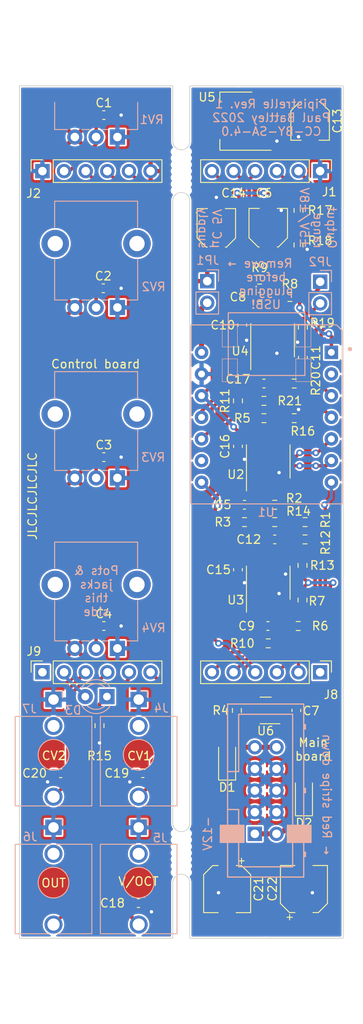
<source format=kicad_pcb>
(kicad_pcb (version 20211014) (generator pcbnew)
  (layers (0 "F.Cu" signal) (31 "B.Cu" signal) (34 "B.Paste" user) (35 "F.Paste" user) (36 "B.SilkS" user "B.Silkscreen") (37 "F.SilkS" user "F.Silkscreen") (38 "B.Mask" user) (39 "F.Mask" user) (44 "Edge.Cuts" user))
  (net 0 "")
  (net 1 "+12V")
  (net 2 "GND")
  (net 3 "+5V")
  (net 4 "/POT1_IN")
  (net 5 "/POT2_IN")
  (net 6 "/POT3_IN")
  (net 7 "/POT4_IN")
  (net 8 "/AUDIO_OUT")
  (net 9 "-12V")
  (net 10 "/VREF_-10")
  (net 11 "+3V3")
  (net 12 "/CV1_IN")
  (net 13 "/CV2_IN")
  (net 14 "/VOCT_IN")
  (net 15 "/JACK_VOCT")
  (net 16 "/JACK_CV1")
  (net 17 "/JACK_CV2")
  (net 18 "/JACK_OUT")
  (net 19 "Net-(C5-Pad1)")
  (net 20 "Net-(C8-Pad2)")
  (net 21 "Net-(C8-Pad1)")
  (net 22 "Net-(C9-Pad1)")
  (net 23 "Net-(C12-Pad1)")
  (net 29 "/CONN_LED")
  (net 30 "/LED")
  (net 31 "Net-(D3-Pad1)")
  (net 32 "GND1")
  (net 33 "/VBIAS")
  (net 34 "/CONN_CV1")
  (net 35 "/CONN_VOCT")
  (net 36 "/CONN_OUT")
  (net 37 "/CONN_CV2")
  (net 38 "/CONN_POT4")
  (net 39 "/CONN_POT2")
  (net 40 "/CONN_POT1")
  (net 41 "/CONN_3V3")
  (net 42 "/CONN_POT3")
  (net 44 "Net-(JP1-Pad2)")
  (net 45 "Net-(JP2-Pad2)")
  (net 46 "Net-(R16-Pad1)")
  (net 47 "Net-(U2-Pad6)")
  (net 48 "Net-(C17-Pad2)")
  (net 49 "Net-(C17-Pad1)")
  (net 52 "Net-(D1-Pad2)")
  (net 53 "Net-(D2-Pad1)")
  (footprint "Resistor_SMD:R_0603_1608Metric" (layer "F.Cu") (at 183.528 101.181 180)
    (fp_text reference "R1")
    (fp_text value "100k")
  )
  (footprint "Capacitor_SMD:C_0603_1608Metric" (layer "F.Cu") (at 178.704773 84.925)
    (fp_text reference "C17")
    (fp_text value "47p")
  )
  (footprint "Capacitor_SMD:CP_Elec_5x5.9" (layer "F.Cu") (at 183.401 144.234 90)
    (fp_text reference "C22")
    (fp_text value "22u")
  )
  (footprint "Resistor_SMD:R_0603_1608Metric" (layer "F.Cu") (at 178.194 72.733)
    (fp_text reference "R9")
    (fp_text value "100k")
  )
  (footprint "Resistor_SMD:R_0603_1608Metric" (layer "F.Cu") (at 179.972 101.181 180)
    (fp_text reference "R14")
    (fp_text value "56k")
  )
  (footprint "Capacitor_SMD:C_0603_1608Metric" (layer "F.Cu") (at 163.97 145.885)
    (fp_text reference "C18")
    (fp_text value "1n")
  )
  (footprint "Resistor_SMD:R_0603_1608Metric" (layer "F.Cu") (at 179.972 99.149 180)
    (fp_text reference "R2")
    (fp_text value "200k")
  )
  (footprint "Connector_PinSocket_2.54mm:PinSocket_1x06_P2.54mm_Vertical" (layer "F.Cu") (at 152.6964 60 90)
    (fp_text reference "J2")
    (fp_text value "C2F")
  )
  (footprint "Capacitor_SMD:C_0603_1608Metric" (layer "F.Cu") (at 154.8384 130.645 180)
    (fp_text reference "C20")
    (fp_text value "1n")
  )
  (footprint "Resistor_SMD:R_0603_1608Metric" (layer "F.Cu") (at 182.766 68.669 -90)
    (fp_text reference "R18")
    (fp_text value "200k")
  )
  (footprint "Capacitor_SMD:C_0603_1608Metric" (layer "F.Cu") (at 182.512 123.279 -90)
    (fp_text reference "C7")
    (fp_text value "100n")
  )
  (footprint "Resistor_SMD:R_0603_1608Metric" (layer "F.Cu") (at 178.702 88.989)
    (fp_text reference "R5")
    (fp_text value "100k")
  )
  (footprint "Resistor_SMD:R_0603_1608Metric" (layer "F.Cu") (at 182.258 84.925)
    (fp_text reference "R20")
    (fp_text value "20k")
  )
  (footprint "Capacitor_SMD:C_0603_1608Metric" (layer "F.Cu") (at 176.416 99.149 180)
    (fp_text reference "C5")
    (fp_text value "47p")
  )
  (footprint "Resistor_SMD:R_0603_1608Metric" (layer "F.Cu") (at 182.766 64.605 -90)
    (fp_text reference "R17")
    (fp_text value "330k")
  )
  (footprint "Capacitor_SMD:C_0603_1608Metric" (layer "F.Cu") (at 176.162 78.067 -90)
    (fp_text reference "C10")
    (fp_text value "100n")
  )
  (footprint "Capacitor_SMD:C_0603_1608Metric" (layer "F.Cu") (at 175.654 106.769 -90)
    (fp_text reference "C15")
    (fp_text value "100n")
  )
  (footprint "Resistor_SMD:R_0603_1608Metric" (layer "F.Cu") (at 182.258 88.989)
    (fp_text reference "R16")
    (fp_text value "100k")
  )
  (footprint "Capacitor_SMD:C_0603_1608Metric" (layer "F.Cu") (at 159.906 113.373)
    (fp_text reference "C4")
    (fp_text value "100n")
  )
  (footprint "Connector_PinHeader_2.54mm:PinHeader_1x06_P2.54mm_Vertical" (layer "F.Cu") (at 185.3 118.8 -90)
    (fp_text reference "J8")
    (fp_text value "C1M")
  )
  (footprint "Resistor_SMD:R_0603_1608Metric" (layer "F.Cu") (at 159.398 125.0692 -90)
    (fp_text reference "R15")
    (fp_text value "1k")
  )
  (footprint "Resistor_SMD:R_0603_1608Metric" (layer "F.Cu") (at 179.21 115.405 180)
    (fp_text reference "R10")
    (fp_text value "33k")
  )
  (footprint "Resistor_SMD:R_0603_1608Metric" (layer "F.Cu") (at 175.527 123.279 90)
    (fp_text reference "R4")
    (fp_text value "2.2k")
  )
  (footprint "Capacitor_SMD:C_Elec_4x5.4" (layer "F.Cu") (at 184.1264 54.1199 -90)
    (fp_text reference "C13")
    (fp_text value "10u")
  )
  (footprint "Capacitor_SMD:C_0603_1608Metric" (layer "F.Cu") (at 178.194 74.765)
    (fp_text reference "C8")
    (fp_text value "47p")
  )
  (footprint "Capacitor_SMD:C_0603_1608Metric" (layer "F.Cu") (at 164.478 130.645 180)
    (fp_text reference "C19")
    (fp_text value "1n")
  )
  (footprint "Capacitor_SMD:C_Elec_4x5.4" (layer "F.Cu") (at 173.114 66.6573 90)
    (fp_text reference "C14")
    (fp_text value "10u")
  )
  (footprint "Connector_PinHeader_2.54mm:PinHeader_1x06_P2.54mm_Vertical" (layer "F.Cu") (at 185.3 60 -90)
    (fp_text reference "J1")
    (fp_text value "C2M")
  )
  (footprint "Package_SO:SOIC-8_3.9x4.9mm_P1.27mm" (layer "F.Cu") (at 179.21 108.293 90)
    (fp_text reference "U3")
    (fp_text value "MCP6002-xSN")
  )
  (footprint "Capacitor_SMD:C_0603_1608Metric" (layer "F.Cu") (at 159.8419 73.749)
    (fp_text reference "C2")
    (fp_text value "100n")
  )
  (footprint "Resistor_SMD:R_0603_1608Metric" (layer "F.Cu") (at 183.528 103.213 180)
    (fp_text reference "R12")
    (fp_text value "100k")
  )
  (footprint "Package_TO_SOT_SMD:SOT-223-3_TabPin2" (layer "F.Cu") (at 175.4392 54.139 180)
    (fp_text reference "U5")
    (fp_text value "LM1117-5.0")
  )
  (footprint "Connector_PinSocket_2.54mm:PinSocket_1x06_P2.54mm_Vertical" (layer "F.Cu") (at 152.6964 118.8 90)
    (fp_text reference "J9")
    (fp_text value "C1F")
  )
  (footprint "Capacitor_SMD:C_0603_1608Metric" (layer "F.Cu") (at 183.274 81.877 -90)
    (fp_text reference "C11")
    (fp_text value "100n")
  )
  (footprint "Resistor_SMD:R_0603_1608Metric" (layer "F.Cu") (at 181.75 74.765)
    (fp_text reference "R8")
    (fp_text value "100k")
  )
  (footprint "Resistor_SMD:R_0603_1608Metric" (layer "F.Cu") (at 183.23244 106.261 90)
    (fp_text reference "R13")
    (fp_text value "180k")
  )
  (footprint "Resistor_SMD:R_0603_1608Metric" (layer "F.Cu") (at 183.274 78.321 90)
    (fp_text reference "R19")
    (fp_text value "13k")
  )
  (footprint "Personal:SOD-123FL" (layer "F.Cu") (at 174.384 129.248 90)
    (fp_text reference "D1")
    (fp_text value "SM4007PL")
  )
  (footprint "Resistor_SMD:R_0603_1608Metric" (layer "F.Cu") (at 176.416 101.181 180)
    (fp_text reference "R3")
    (fp_text value "33k")
  )
  (footprint "Resistor_SMD:R_0603_1608Metric" (layer "F.Cu") (at 183.23244 110.325 -90)
    (fp_text reference "R7")
    (fp_text value "200k")
  )
  (footprint "Resistor_SMD:R_0603_1608Metric" (layer "F.Cu") (at 178.702 86.957)
    (fp_text reference "R21")
    (fp_text value "100k")
  )
  (footprint "Capacitor_SMD:C_0603_1608Metric" (layer "F.Cu") (at 179.16844 113.373 180)
    (fp_text reference "C9")
    (fp_text value "47p")
  )
  (footprint "Capacitor_SMD:C_0603_1608Metric" (layer "F.Cu") (at 179.972 103.213 180)
    (fp_text reference "C12")
    (fp_text value "47p")
  )
  (footprint "Capacitor_SMD:C_0603_1608Metric" (layer "F.Cu") (at 159.906 53.429)
    (fp_text reference "C1")
    (fp_text value "100n")
  )
  (footprint "Personal:SOD-123FL" (layer "F.Cu") (at 183.401 133.439 90)
    (fp_text reference "D2")
    (fp_text value "SM4007PL")
  )
  (footprint "Capacitor_SMD:C_Elec_4x5.4" (layer "F.Cu") (at 179.21 66.637 90)
    (fp_text reference "C6")
    (fp_text value "1u")
  )
  (footprint "Resistor_SMD:R_0603_1608Metric" (layer "F.Cu") (at 175.654 86.957 90)
    (fp_text reference "R11")
    (fp_text value "1k")
  )
  (footprint "Capacitor_SMD:CP_Elec_5x5.9" (layer "F.Cu") (at 174.384 144.24 -90)
    (fp_text reference "C21")
    (fp_text value "22u")
  )
  (footprint "Capacitor_SMD:C_0603_1608Metric" (layer "F.Cu") (at 175.654 92.291 -90)
    (fp_text reference "C16")
    (fp_text value "100n")
  )
  (footprint "Package_SO:SOIC-8_3.9x4.9mm_P1.27mm" (layer "F.Cu") (at 179.718 79.845 90)
    (fp_text reference "U4")
    (fp_text value "TL072")
  )
  (footprint "Capacitor_SMD:C_0603_1608Metric" (layer "F.Cu") (at 159.906 93.561)
    (fp_text reference "C3")
    (fp_text value "100n")
  )
  (footprint "Package_TO_SOT_SMD:SOT-23" (layer "F.Cu") (at 178.9029 123.279 180)
    (fp_text reference "U6")
    (fp_text value "LM4040DBZ-10")
  )
  (footprint "Resistor_SMD:R_0603_1608Metric" (layer "F.Cu") (at 182.72444 113.373 180)
    (fp_text reference "R6")
    (fp_text value "100k")
  )
  (footprint "Package_SO:SOIC-8_3.9x4.9mm_P1.27mm" (layer "F.Cu") (at 179.21 94.069 90)
    (fp_text reference "U2")
    (fp_text value "MCP6002-xSN")
  )
  (footprint "Personal:Seeeduino_XIAO_THT" (layer "B.Cu") (at 179 88.8874 180)
    (fp_text reference "U1")
    (fp_text value "SeeeduinoXIAO")
  )
  (footprint "Personal:Thonkiconn" (layer "B.Cu") (at 163.9964 137 180)
    (fp_text reference "J5")
    (fp_text value "V/OCT")
  )
  (footprint "Personal:Thonkiconn" (layer "B.Cu") (at 153.9964 137 180)
    (fp_text reference "J6")
    (fp_text value "OUT")
  )
  (footprint "Connector_PinHeader_2.54mm:PinHeader_1x02_P2.54mm_Vertical" (layer "B.Cu") (at 172.0472 72.9108 180)
    (fp_text reference "JP1")
    (fp_text value "5V")
  )
  (footprint "Personal:Thonkiconn" (layer "B.Cu") (at 163.9964 122 180)
    (fp_text reference "J4")
    (fp_text value "CV1")
  )
  (footprint "Personal:Eurorack_10_pin_header" (layer "B.Cu") (at 177.6352 137.757 90)
    (fp_text reference "J3" hide)
    (fp_text value "Eurorack Power")
  )
  (footprint "Personal:Thonkiconn" (layer "B.Cu") (at 153.9964 122 180)
    (fp_text reference "J7")
    (fp_text value "CV2")
  )
  (footprint "Connector_PinHeader_2.54mm:PinHeader_1x02_P2.54mm_Vertical" (layer "B.Cu") (at 185.306 72.982 180)
    (fp_text reference "JP2")
    (fp_text value "Output range")
  )
  (footprint "LED_THT:LED_D3.0mm" (layer "B.Cu") (at 160.2666 121.6534 180)
    (fp_text reference "D3")
    (fp_text value "LED")
  )
  (footprint "Personal:Alpha_9mm_Pot" (layer "B.Cu") (at 161.5 76 90)
    (fp_text reference "RV2")
    (fp_text value "B10k")
  )
  (footprint "Personal:Alpha_9mm_Pot" (layer "B.Cu") (at 161.5 116 90)
    (fp_text reference "RV4")
    (fp_text value "B10k")
  )
  (footprint "Personal:Alpha_9mm_Pot_Overhanging" (layer "B.Cu") (at 161.5 56 90)
    (fp_text reference "RV1")
    (fp_text value "B10k")
  )
  (footprint "Personal:Alpha_9mm_Pot" (layer "B.Cu") (at 161.5 96 90)
    (fp_text reference "RV3")
    (fp_text value "B10k")
  )
  (gr_line (start 150 50) (end 168 50) (layer "Edge.Cuts") (width 0.1))
  (gr_line (start 168 150) (end 150 150) (layer "Edge.Cuts") (width 0.1))
  (gr_arc (start 168 63.5) (mid 169 62.5) (end 170 63.5) (layer "Edge.Cuts") (width 0.1))
  (gr_line (start 168 136.5) (end 168 63.5) (layer "Edge.Cuts") (width 0.1))
  (gr_line (start 170 56.5) (end 170 50) (layer "Edge.Cuts") (width 0.1))
  (gr_line (start 188 150) (end 188 50) (layer "Edge.Cuts") (width 0.1))
  (gr_arc (start 168 143.5) (mid 169 142.5) (end 170 143.5) (layer "Edge.Cuts") (width 0.1))
  (gr_line (start 188 150) (end 170 150) (layer "Edge.Cuts") (width 0.1))
  (gr_arc (start 170 56.5) (mid 169 57.5) (end 168 56.5) (layer "Edge.Cuts") (width 0.1))
  (gr_line (start 168 143.5) (end 168 150) (layer "Edge.Cuts") (width 0.1))
  (gr_line (start 170 50) (end 188 50) (layer "Edge.Cuts") (width 0.1))
  (gr_line (start 150 150) (end 150 50) (layer "Edge.Cuts") (width 0.1))
  (gr_line (start 170 150) (end 170 143.5) (layer "Edge.Cuts") (width 0.1))
  (gr_line (start 168 50) (end 168 56.5) (layer "Edge.Cuts") (width 0.1))
  (gr_line (start 170 63.5) (end 170 136.5) (layer "Edge.Cuts") (width 0.1))
  (gr_arc (start 170 136.5) (mid 169 137.5) (end 168 136.5) (layer "Edge.Cuts") (width 0.1))
  (gr_text "← Red stripe down" (at 186.0934 133.185 270) (layer "B.SilkS") (effects (font (size 1 1) (thickness 0.1524)) (justify mirror)))
  (gr_text "Pots &\njacks\nthis\nside" (at 159.017 109.2836) (layer "B.SilkS") (effects (font (size 1 1) (thickness 0.1524)) (justify mirror)))
  (gr_text "µC 5V\nsupply" (at 172.352 69.177 270) (layer "B.SilkS") (effects (font (size 1 1) (thickness 0.1524)) (justify left mirror)))
  (gr_text "Output\nrange\n±5V/±8V" (at 185.052 69.177 270) (layer "B.SilkS") (effects (font (size 1 1) (thickness 0.1524)) (justify left mirror)))
  (gr_text "  Remove →\nbefore\nplugging\nUSB!" (at 178.956 73.241) (layer "B.SilkS") (effects (font (size 1 1) (thickness 0.1524)) (justify mirror)))
  (gr_text "Pipistrelle Rev. 1\nPaul Battley 2022\nCC-BY-SA-4.0" (at 179.5656 53.7338) (layer "B.SilkS") (effects (font (size 1 1) (thickness 0.1524)) (justify mirror)))
  (gr_text "JLCJLCJLCJLC" (at 151.524 98.133 90) (layer "F.SilkS") (effects (font (size 1 1))))
  (gr_text "OUT" (at 154.0132 143.5228) (layer "F.SilkS") (effects (font (size 1 1) (thickness 0.1524))))
  (gr_text "CV1" (at 164.0716 128.613) (layer "F.SilkS") (effects (font (size 1 1) (thickness 0.1524))))
  (gr_text "CV2" (at 154.0386 128.5876) (layer "F.SilkS") (effects (font (size 1 1) (thickness 0.1524))))
  (gr_text "V/OCT" (at 163.97 143.345) (layer "F.SilkS") (effects (font (size 1 1) (thickness 0.1524))))
  (gr_text "Main\nboard" (at 184.4932 127.851) (layer "F.SilkS") (effects (font (size 1 1) (thickness 0.1524))))
  (gr_text "Control board" (at 158.9408 82.639) (layer "F.SilkS") (effects (font (size 1 1) (thickness 0.1524))))
  (segment (start 176.162 77.292) (end 176.24 77.37) (width 0.4) (layer "F.Cu") (net 1))
  (segment (start 176.24 77.37) (end 177.813 77.37) (width 0.4) (layer "F.Cu") (net 1))
  (segment (start 178.5892 51.839) (end 178.8392 51.839) (width 0.4) (layer "F.Cu") (net 1))
  (segment (start 176.416 108.293) (end 176.403 108.293) (width 0.4) (layer "F.Cu") (net 2))
  (segment (start 184.1264 55.7949) (end 182.9401 55.7949) (width 0.4) (layer "F.Cu") (net 2))
  (segment (start 173.368 144.6658) (end 174.384 145.6818) (width 0.4) (layer "F.Cu") (net 2))
  (segment (start 181.115 105.818) (end 181.115 107.15) (width 0.25) (layer "F.Cu") (net 2))
  (segment (start 181.115 110.768) (end 181.115 110.198) (width 0.4) (layer "F.Cu") (net 2))
  (segment (start 183.465 69.494) (end 183.782 69.177) (width 0.4) (layer "F.Cu") (net 2))
  (segment (start 182.660744 80.488744) (end 183.274 81.102) (width 0.4) (layer "F.Cu") (net 2))
  (segment (start 180.377 64.962) (end 180.734 64.605) (width 0.4) (layer "F.Cu") (net 2))
  (segment (start 182.9401 55.7949) (end 182.766 55.969) (width 0.4) (layer "F.Cu") (net 2))
  (segment (start 178.5892 56.439) (end 180.188 56.439) (width 0.4) (layer "F.Cu") (net 2))
  (segment (start 183.401 145.6564) (end 183.401 147.034) (width 0.4) (layer "F.Cu") (net 2))
  (segment (start 176.67 79.845) (end 176.162 79.337) (width 0.4) (layer "F.Cu") (net 2))
  (segment (start 176.403 108.293) (end 175.654 107.544) (width 0.4) (layer "F.Cu") (net 2))
  (segment (start 180.226 81.369) (end 180.353 81.496) (width 0.4) (layer "F.Cu") (net 2))
  (segment (start 180.353 81.496) (end 180.353 82.32) (width 0.4) (layer "F.Cu") (net 2))
  (segment (start 176.416 93.815) (end 176.403 93.815) (width 0.4) (layer "F.Cu") (net 2))
  (segment (start 182.766 87.973) (end 183.083 88.29) (width 0.4) (layer "F.Cu") (net 2))
  (segment (start 179.21 64.962) (end 180.377 64.962) (width 0.4) (layer "F.Cu") (net 2))
  (segment (start 182.660744 80.07042) (end 182.660744 80.488744) (width 0.4) (layer "F.Cu") (net 2))
  (segment (start 173.114 64.9823) (end 173.114 63.081) (width 0.4) (layer "F.Cu") (net 2))
  (segment (start 176.403 93.815) (end 175.654 93.066) (width 0.4) (layer "F.Cu") (net 2))
  (segment (start 179.845 110.198) (end 180.48 109.563) (width 0.4) (layer "F.Cu") (net 2))
  (segment (start 184.3916 144.6658) (end 183.401 145.6564) (width 0.4) (layer "F.Cu") (net 2))
  (segment (start 181.115 96.0115) (end 181.115 96.544) (width 0.4) (layer "F.Cu") (net 2))
  (segment (start 183.083 88.29) (end 183.083 88.989) (width 0.4) (layer "F.Cu") (net 2))
  (segment (start 180.48 95.3765) (end 179.845 96.0115) (width 0.4) (layer "F.Cu") (net 2))
  (segment (start 180.188 56.439) (end 180.226 56.477) (width 0.4) (layer "F.Cu") (net 2))
  (segment (start 181.115 107.15) (end 181.242 107.277) (width 0.25) (layer "F.Cu") (net 2))
  (segment (start 179.845 96.0115) (end 179.845 96.544) (width 0.4) (layer "F.Cu") (net 2))
  (segment (start 176.162 79.337) (end 176.162 78.842) (width 0.4) (layer "F.Cu") (net 2))
  (segment (start 181.115 110.198) (end 180.48 109.563) (width 0.4) (layer "F.Cu") (net 2))
  (segment (start 182.766 69.494) (end 183.465 69.494) (width 0.4) (layer "F.Cu") (net 2))
  (segment (start 174.384 145.6818) (end 174.384 147.04) (width 0.4) (layer "F.Cu") (net 2))
  (segment (start 179.845 110.768) (end 179.845 110.198) (width 0.4) (layer "F.Cu") (net 2))
  (segment (start 180.48 95.3765) (end 181.115 96.0115) (width 0.4) (layer "F.Cu") (net 2))
  (via (at 180.48 109.563) (size 0.8) (drill 0.4) (layers "F.Cu" "B.Cu") (net 2))
  (via (at 173.114 63.081) (size 0.8) (drill 0.4) (layers "F.Cu" "B.Cu") (net 2))
  (via (at 176.416 108.293) (size 0.8) (drill 0.4) (layers "F.Cu" "B.Cu") (net 2))
  (via (at 173.368 144.6658) (size 0.8) (drill 0.4) (layers "F.Cu" "B.Cu") (net 2))
  (via (at 181.242 107.277) (size 0.8) (drill 0.4) (layers "F.Cu" "B.Cu") (net 2))
  (via (at 184.3916 144.6658) (size 0.8) (drill 0.4) (layers "F.Cu" "B.Cu") (net 2))
  (via (at 183.782 69.177) (size 0.8) (drill 0.4) (layers "F.Cu" "B.Cu") (net 2))
  (via (at 180.226 56.477) (size 0.8) (drill 0.4) (layers "F.Cu" "B.Cu") (net 2))
  (via (at 180.48 95.3765) (size 0.8) (drill 0.4) (layers "F.Cu" "B.Cu") (net 2))
  (via (at 182.766 55.969) (size 0.8) (drill 0.4) (layers "F.Cu" "B.Cu") (net 2))
  (via (at 180.226 81.369) (size 0.8) (drill 0.4) (layers "F.Cu" "B.Cu") (net 2))
  (via (at 176.67 79.845) (size 0.8) (drill 0.4) (layers "F.Cu" "B.Cu") (net 2))
  (via (at 176.416 93.815) (size 0.8) (drill 0.4) (layers "F.Cu" "B.Cu") (net 2))
  (via (at 180.734 64.605) (size 0.8) (drill 0.4) (layers "F.Cu" "B.Cu") (net 2))
  (via (at 182.766 87.973) (size 0.8) (drill 0.4) (layers "F.Cu" "B.Cu") (net 2))
  (via (at 182.660744 80.07042) (size 0.8) (drill 0.4) (layers "F.Cu" "B.Cu") (net 2))
  (segment (start 172.2892 54.139) (end 178.5892 54.139) (width 0.6) (layer "F.Cu") (net 3))
  (segment (start 171.38 88.8874) (end 171.38 88.183) (width 0.4) (layer "F.Cu") (net 4))
  (segment (start 173.896231 76.354619) (end 173.896231 71.782619) (width 0.4) (layer "F.Cu") (net 4))
  (segment (start 171.38 88.183) (end 173.24624 86.31676) (width 0.4) (layer "F.Cu") (net 4))
  (segment (start 176.3652 69.31365) (end 176.3652 61.2252) (width 0.4) (layer "F.Cu") (net 4))
  (segment (start 173.24624 77.00461) (end 173.896231 76.354619) (width 0.4) (layer "F.Cu") (net 4))
  (segment (start 173.896231 71.782619) (end 176.3652 69.31365) (width 0.4) (layer "F.Cu") (net 4))
  (segment (start 173.24624 86.31676) (end 173.24624 77.00461) (width 0.4) (layer "F.Cu") (net 4))
  (segment (start 176.3652 61.2252) (end 175.14 60) (width 0.4) (layer "F.Cu") (net 4))
  (segment (start 176.96472 60.976871) (end 177.68 60.261591) (width 0.4) (layer "F.Cu") (net 5))
  (segment (start 174.495751 72.030948) (end 176.96472 69.561979) (width 0.4) (layer "F.Cu") (net 5))
  (segment (start 174.495751 76.602948) (end 174.495751 72.030948) (width 0.4) (layer "F.Cu") (net 5))
  (segment (start 173.84576 77.25294) (end 174.495751 76.602948) (width 0.4) (layer "F.Cu") (net 5))
  (segment (start 177.68 60.261591) (end 177.68 60) (width 0.4) (layer "F.Cu") (net 5))
  (segment (start 172.606 90.2014) (end 172.606 87.80485) (width 0.4) (layer "F.Cu") (net 5))
  (segment (start 176.96472 69.561979) (end 176.96472 60.976871) (width 0.4) (layer "F.Cu") (net 5))
  (segment (start 173.84576 86.56509) (end 173.84576 77.25294) (width 0.4) (layer "F.Cu") (net 5))
  (segment (start 171.38 91.4274) (end 172.606 90.2014) (width 0.4) (layer "F.Cu") (net 5))
  (segment (start 172.606 87.80485) (end 173.84576 86.56509) (width 0.4) (layer "F.Cu") (net 5))
  (segment (start 183.134661 61.249511) (end 186.73848 64.85333) (width 0.4) (layer "F.Cu") (net 6))
  (segment (start 186.73848 76.67567) (end 184.820969 78.593181) (width 0.4) (layer "F.Cu") (net 6))
  (segment (start 184.820969 87.088369) (end 186.62 88.8874) (width 0.4) (layer "F.Cu") (net 6))
  (segment (start 186.73848 64.85333) (end 186.73848 76.67567) (width 0.4) (layer "F.Cu") (net 6))
  (segment (start 181.469511 61.249511) (end 183.134661 61.249511) (width 0.4) (layer "F.Cu") (net 6))
  (segment (start 184.820969 78.593181) (end 184.820969 87.088369) (width 0.4) (layer "F.Cu") (net 6))
  (segment (start 180.22 60) (end 181.469511 61.249511) (width 0.4) (layer "F.Cu") (net 6))
  (segment (start 182.76 60) (end 182.76 60.027) (width 0.4) (layer "F.Cu") (net 7))
  (segment (start 187.338 76.924) (end 186.986809 77.27519) (width 0.4) (layer "F.Cu") (net 7))
  (segment (start 187.338 64.605001) (end 187.338 76.924) (width 0.4) (layer "F.Cu") (net 7))
  (segment (start 182.76 60.027) (end 187.338 64.605001) (width 0.4) (layer "F.Cu") (net 7))
  (segment (start 186.986809 77.27519) (end 185.420489 78.841511) (width 0.4) (layer "F.Cu") (net 7))
  (segment (start 185.420489 85.147889) (end 186.62 86.3474) (width 0.4) (layer "F.Cu") (net 7))
  (segment (start 185.420489 78.841511) (end 185.420489 85.147889) (width 0.4) (layer "F.Cu") (net 7))
  (segment (start 182.89098 75.08098) (end 182.575 74.765) (width 0.4) (layer "F.Cu") (net 8))
  (segment (start 182.89098 76.035) (end 182.89098 75.08098) (width 0.4) (layer "F.Cu") (net 8))
  (segment (start 186.62 79.381) (end 186.322 79.083) (width 0.4) (layer "F.Cu") (net 8))
  (segment (start 186.62 81.2674) (end 186.62 79.381) (width 0.4) (layer "F.Cu") (net 8))
  (via (at 186.322 79.083) (size 0.8) (drill 0.4) (layers "F.Cu" "B.Cu") (net 8))
  (via (at 182.89098 76.035) (size 0.8) (drill 0.4) (layers "F.Cu" "B.Cu") (net 8))
  (segment (start 182.89098 76.289) (end 185.68498 79.083) (width 0.4) (layer "B.Cu") (net 8))
  (segment (start 185.68498 79.083) (end 186.322 79.083) (width 0.4) (layer "B.Cu") (net 8))
  (segment (start 182.89098 76.035) (end 182.89098 76.289) (width 0.4) (layer "B.Cu") (net 8))
  (segment (start 183.274 82.652) (end 181.955 82.652) (width 0.4) (layer "F.Cu") (net 9))
  (segment (start 181.955 82.652) (end 181.623 82.32) (width 0.4) (layer "F.Cu") (net 9))
  (segment (start 186.50504 114.283798) (end 184.009511 116.779327) (width 0.4) (layer "F.Cu") (net 10))
  (segment (start 184.10696 106.21148) (end 184.10696 104.987671) (width 0.4) (layer "F.Cu") (net 10))
  (segment (start 183.23244 109.5) (end 183.23244 108.96754) (width 0.4) (layer "F.Cu") (net 10))
  (segment (start 179.8404 122.329) (end 182.337 122.329) (width 0.4) (layer "F.Cu") (net 10))
  (segment (start 183.23244 107.086) (end 183.23244 107.61846) (width 0.4) (layer "F.Cu") (net 10))
  (segment (start 183.55348 100.69848) (end 182.004 99.149) (width 0.4) (layer "F.Cu") (net 10))
  (segment (start 184.009511 116.779327) (end 184.009511 121.006489) (width 0.4) (layer "F.Cu") (net 10))
  (segment (start 182.004 99.149) (end 180.797 99.149) (width 0.4) (layer "F.Cu") (net 10))
  (segment (start 184.009511 121.006489) (end 182.512 122.504) (width 0.4) (layer "F.Cu") (net 10))
  (segment (start 184.10696 104.987671) (end 183.55348 104.434191) (width 0.4) (layer "F.Cu") (net 10))
  (segment (start 183.23244 107.086) (end 184.10696 106.21148) (width 0.4) (layer "F.Cu") (net 10))
  (segment (start 183.23244 108.96754) (end 183.90698 108.293) (width 0.4) (layer "F.Cu") (net 10))
  (segment (start 175.652 122.329) (end 175.527 122.454) (width 0.4) (layer "F.Cu") (net 10))
  (segment (start 183.55348 104.434191) (end 183.55348 100.69848) (width 0.4) (layer "F.Cu") (net 10))
  (segment (start 183.23244 107.61846) (end 183.90698 108.293) (width 0.4) (layer "F.Cu") (net 10))
  (segment (start 186.83 108.293) (end 186.50504 108.61796) (width 0.4) (layer "F.Cu") (net 10))
  (segment (start 179.8404 122.329) (end 175.652 122.329) (width 0.4) (layer "F.Cu") (net 10))
  (segment (start 186.50504 108.61796) (end 186.50504 114.283798) (width 0.4) (layer "F.Cu") (net 10))
  (segment (start 182.337 122.329) (end 182.512 122.504) (width 0.4) (layer "F.Cu") (net 10))
  (via (at 183.90698 108.293) (size 0.8) (drill 0.4) (layers "F.Cu" "B.Cu") (net 10))
  (via (at 186.83 108.293) (size 0.8) (drill 0.4) (layers "F.Cu" "B.Cu") (net 10))
  (segment (start 183.90698 108.293) (end 186.83 108.293) (width 0.4) (layer "B.Cu") (net 10))
  (segment (start 175.76568 62.77298) (end 175.5657 62.573) (width 0.4) (layer "F.Cu") (net 11))
  (segment (start 175.76568 69.06532) (end 173.296711 71.534289) (width 0.4) (layer "F.Cu") (net 11))
  (segment (start 173.296711 76.106289) (end 172.64672 76.75628) (width 0.4) (layer "F.Cu") (net 11))
  (segment (start 174.03848 104.37848) (end 175.654 105.994) (width 0.4) (layer "F.Cu") (net 11))
  (segment (start 178.702 62.573) (end 181.559 62.573) (width 0.4) (layer "F.Cu") (net 11))
  (segment (start 172.64672 76.75628) (end 172.64672 85.08068) (width 0.4) (layer "F.Cu") (net 11))
  (segment (start 175.5657 62.573) (end 175.173 62.573) (width 0.4) (layer "F.Cu") (net 11))
  (segment (start 175.146 90.005) (end 175.654 90.513) (width 0.4) (layer "F.Cu") (net 11))
  (segment (start 173.296711 71.534289) (end 173.296711 76.106289) (width 0.4) (layer "F.Cu") (net 11))
  (segment (start 175.654 91.516) (end 175.654 91.529) (width 0.4) (layer "F.Cu") (net 11))
  (segment (start 175.654 91.529) (end 174.03848 93.14452) (width 0.4) (layer "F.Cu") (net 11))
  (segment (start 175.173 62.573) (end 172.6 60) (width 0.4) (layer "F.Cu") (net 11))
  (segment (start 175.654 91.516) (end 175.732 91.594) (width 0.4) (layer "F.Cu") (net 11))
  (segment (start 181.559 62.573) (end 182.766 63.78) (width 0.4) (layer "F.Cu") (net 11))
  (segment (start 175.654 105.994) (end 177.129 105.994) (width 0.4) (layer "F.Cu") (net 11))
  (segment (start 172.64672 85.08068) (end 171.38 86.3474) (width 0.4) (layer "F.Cu") (net 11))
  (segment (start 175.654 90.513) (end 175.654 91.516) (width 0.4) (layer "F.Cu") (net 11))
  (segment (start 175.732 91.594) (end 177.305 91.594) (width 0.4) (layer "F.Cu") (net 11))
  (segment (start 175.76568 69.06532) (end 175.76568 62.77298) (width 0.4) (layer "F.Cu") (net 11))
  (segment (start 177.305 89.561) (end 177.877 88.989) (width 0.4) (layer "F.Cu") (net 11))
  (segment (start 177.129 105.994) (end 177.305 105.818) (width 0.4) (layer "F.Cu") (net 11))
  (segment (start 177.305 91.594) (end 177.305 89.561) (width 0.4) (layer "F.Cu") (net 11))
  (segment (start 174.03848 93.14452) (end 174.03848 104.37848) (width 0.4) (layer "F.Cu") (net 11))
  (via (at 175.5657 62.573) (size 0.8) (drill 0.4) (layers "F.Cu" "B.Cu") (net 11))
  (via (at 175.146 90.005) (size 0.8) (drill 0.4) (layers "F.Cu" "B.Cu") (net 11))
  (via (at 178.702 62.573) (size 0.8) (drill 0.4) (layers "F.Cu" "B.Cu") (net 11))
  (segment (start 178.702 62.573) (end 175.5657 62.573) (width 0.4) (layer "B.Cu") (net 11))
  (segment (start 175.146 90.005) (end 171.4884 86.3474) (width 0.4) (layer "B.Cu") (net 11))
  (segment (start 171.4884 86.3474) (end 171.38 86.3474) (width 0.4) (layer "B.Cu") (net 11))
  (segment (start 177.305 110.768) (end 177.305 112.28456) (width 0.4) (layer "F.Cu") (net 12))
  (segment (start 177.305 112.28456) (end 178.39344 113.373) (width 0.4) (layer "F.Cu") (net 12))
  (segment (start 172.987 99.52798) (end 172.987 106.45) (width 0.4) (layer "F.Cu") (net 12))
  (segment (start 173.23898 99.276) (end 172.987 99.52798) (width 0.4) (layer "F.Cu") (net 12))
  (segment (start 178.385 115.405) (end 178.385 113.38144) (width 0.4) (layer "F.Cu") (net 12))
  (segment (start 172.987 106.45) (end 177.305 110.768) (width 0.4) (layer "F.Cu") (net 12))
  (segment (start 178.385 113.38144) (end 178.39344 113.373) (width 0.4) (layer "F.Cu") (net 12))
  (via (at 173.23898 99.276) (size 0.8) (drill 0.4) (layers "F.Cu" "B.Cu") (net 12))
  (segment (start 173.23898 98.36638) (end 171.38 96.5074) (width 0.4) (layer "B.Cu") (net 12))
  (segment (start 173.23898 99.276) (end 173.23898 98.36638) (width 0.4) (layer "B.Cu") (net 12))
  (segment (start 175.641 98.208) (end 177.305 96.544) (width 0.4) (layer "F.Cu") (net 13))
  (segment (start 178.2387 94.577) (end 177.305 95.5107) (width 0.4) (layer "F.Cu") (net 13))
  (segment (start 175.591 101.181) (end 175.641 101.131) (width 0.4) (layer "F.Cu") (net 13))
  (segment (start 175.641 101.131) (end 175.641 99.149) (width 0.4) (layer "F.Cu") (net 13))
  (segment (start 184.798 94.577) (end 186.0104 94.577) (width 0.4) (layer "F.Cu") (net 13))
  (segment (start 175.641 99.149) (end 175.641 98.208) (width 0.4) (layer "F.Cu") (net 13))
  (segment (start 177.305 95.5107) (end 177.305 96.544) (width 0.4) (layer "F.Cu") (net 13))
  (segment (start 182.893 94.577) (end 178.2387 94.577) (width 0.4) (layer "F.Cu") (net 13))
  (segment (start 186.0104 94.577) (end 186.62 93.9674) (width 0.4) (layer "F.Cu") (net 13))
  (via (at 184.798 94.577) (size 0.8) (drill 0.4) (layers "F.Cu" "B.Cu") (net 13))
  (via (at 182.893 94.577) (size 0.8) (drill 0.4) (layers "F.Cu" "B.Cu") (net 13))
  (segment (start 184.798 94.577) (end 182.893 94.577) (width 0.4) (layer "B.Cu") (net 13))
  (segment (start 179.197 101.231) (end 179.197 103.213) (width 0.4) (layer "F.Cu") (net 14))
  (segment (start 178.575 103.835) (end 178.575 105.818) (width 0.4) (layer "F.Cu") (net 14))
  (segment (start 182.893 93.053) (end 181.96852 93.97748) (width 0.4) (layer "F.Cu") (net 14))
  (segment (start 177.682618 104.44348) (end 178.575 105.335862) (width 0.4) (layer "F.Cu") (net 14))
  (segment (start 184.798 93.053) (end 184.9944 93.053) (width 0.4) (layer "F.Cu") (net 14))
  (segment (start 174.638 101.943) (end 177.13848 104.44348) (width 0.4) (layer "F.Cu") (net 14))
  (segment (start 177.13848 104.44348) (end 177.682618 104.44348) (width 0.4) (layer "F.Cu") (net 14))
  (segment (start 178.575 105.335862) (end 178.575 105.818) (width 0.4) (layer "F.Cu") (net 14))
  (segment (start 181.96852 93.97748) (end 177.99037 93.97748) (width 0.4) (layer "F.Cu") (net 14))
  (segment (start 179.147 101.181) (end 179.197 101.231) (width 0.4) (layer "F.Cu") (net 14))
  (segment (start 177.99037 93.97748) (end 174.638 97.32985) (width 0.4) (layer "F.Cu") (net 14))
  (segment (start 184.9944 93.053) (end 186.62 91.4274) (width 0.4) (layer "F.Cu") (net 14))
  (segment (start 174.638 97.32985) (end 174.638 101.943) (width 0.4) (layer "F.Cu") (net 14))
  (segment (start 179.197 103.213) (end 178.575 103.835) (width 0.4) (layer "F.Cu") (net 14))
  (via (at 184.798 93.053) (size 0.8) (drill 0.4) (layers "F.Cu" "B.Cu") (net 14))
  (via (at 182.893 93.053) (size 0.8) (drill 0.4) (layers "F.Cu" "B.Cu") (net 14))
  (segment (start 182.893 93.053) (end 184.798 93.053) (width 0.4) (layer "B.Cu") (net 14))
  (segment (start 176.91948 117.02052) (end 181.224769 117.02052) (width 0.4) (layer "F.Cu") (net 15))
  (segment (start 181.224769 117.02052) (end 184.70648 113.538809) (width 0.4) (layer "F.Cu") (net 15))
  (segment (start 184.70648 103.56648) (end 184.353 103.213) (width 0.4) (layer "F.Cu") (net 15))
  (segment (start 184.70648 113.538809) (end 184.70648 103.56648) (width 0.4) (layer "F.Cu") (net 15))
  (segment (start 175.14 118.8) (end 176.91948 117.02052) (width 0.4) (layer "F.Cu") (net 15))
  (segment (start 183.54944 113.847999) (end 180.976439 116.421) (width 0.4) (layer "F.Cu") (net 16))
  (segment (start 183.54944 113.373) (end 183.54944 113.847999) (width 0.4) (layer "F.Cu") (net 16))
  (segment (start 180.976439 116.421) (end 174.979 116.421) (width 0.4) (layer "F.Cu") (net 16))
  (segment (start 174.979 116.421) (end 172.6 118.8) (width 0.4) (layer "F.Cu") (net 16))
  (segment (start 180.293139 118.8) (end 180.22 118.8) (width 0.4) (layer "F.Cu") (net 17))
  (segment (start 185.306 102.134) (end 185.306 113.787139) (width 0.4) (layer "F.Cu") (net 17))
  (segment (start 185.306 113.787139) (end 180.293139 118.8) (width 0.4) (layer "F.Cu") (net 17))
  (segment (start 184.353 101.181) (end 185.306 102.134) (width 0.4) (layer "F.Cu") (net 17))
  (segment (start 174.346489 89.658546) (end 175.654 88.351035) (width 0.4) (layer "F.Cu") (net 18))
  (segment (start 175.654 88.351035) (end 175.654 87.782) (width 0.4) (layer "F.Cu") (net 18))
  (segment (start 173.43896 92.896191) (end 174.346489 91.988661) (width 0.4) (layer "F.Cu") (net 18))
  (segment (start 174.346489 91.988661) (end 174.346489 89.658546) (width 0.4) (layer "F.Cu") (net 18))
  (segment (start 172.352 98.895) (end 173.43896 97.80804) (width 0.4) (layer "F.Cu") (net 18))
  (segment (start 172.352 114.389) (end 172.352 98.895) (width 0.4) (layer "F.Cu") (net 18))
  (segment (start 173.368 115.405) (end 172.352 114.389) (width 0.4) (layer "F.Cu") (net 18))
  (segment (start 173.43896 97.80804) (end 173.43896 92.896191) (width 0.4) (layer "F.Cu") (net 18))
  (via (at 173.368 115.405) (size 0.8) (drill 0.4) (layers "F.Cu" "B.Cu") (net 18))
  (segment (start 177.68 118.701) (end 177.68 118.8) (width 0.4) (layer "B.Cu") (net 18))
  (segment (start 173.368 115.405) (end 174.384 115.405) (width 0.4) (layer "B.Cu") (net 18))
  (segment (start 174.384 115.405) (end 177.68 118.701) (width 0.4) (layer "B.Cu") (net 18))
  (segment (start 179.006 99.149) (end 178.575 98.718) (width 0.4) (layer "F.Cu") (net 19))
  (segment (start 180.08452 100.02352) (end 179.21 99.149) (width 0.4) (layer "F.Cu") (net 19))
  (segment (start 177.241 101.181) (end 177.191 101.131) (width 0.4) (layer "F.Cu") (net 19))
  (segment (start 178.144 99.149) (end 177.191 99.149) (width 0.4) (layer "F.Cu") (net 19))
  (segment (start 181.766519 100.02352) (end 180.08452 100.02352) (width 0.4) (layer "F.Cu") (net 19))
  (segment (start 178.575 96.544) (end 178.575 98.718) (width 0.4) (layer "F.Cu") (net 19))
  (segment (start 177.521 99.479) (end 177.89 99.479) (width 0.4) (layer "F.Cu") (net 19))
  (segment (start 179.21 99.149) (end 179.147 99.149) (width 0.4) (layer "F.Cu") (net 19))
  (segment (start 179.147 99.149) (end 179.006 99.149) (width 0.4) (layer "F.Cu") (net 19))
  (segment (start 182.703 101.181) (end 182.703 100.960001) (width 0.4) (layer "F.Cu") (net 19))
  (segment (start 178.575 98.718) (end 178.144 99.149) (width 0.4) (layer "F.Cu") (net 19))
  (segment (start 182.703 100.960001) (end 181.766519 100.02352) (width 0.4) (layer "F.Cu") (net 19))
  (segment (start 177.191 101.131) (end 177.191 99.149) (width 0.4) (layer "F.Cu") (net 19))
  (segment (start 177.191 99.149) (end 177.521 99.479) (width 0.4) (layer "F.Cu") (net 19))
  (segment (start 180.353 77.37) (end 180.353 76.33015) (width 0.4) (layer "F.Cu") (net 20))
  (segment (start 179.019 72.859) (end 180.925 74.765) (width 0.4) (layer "F.Cu") (net 20))
  (segment (start 179.019 72.733) (end 179.019 74.715) (width 0.4) (layer "F.Cu") (net 20))
  (segment (start 179.019 72.733) (end 179.019 72.859) (width 0.4) (layer "F.Cu") (net 20))
  (segment (start 178.969 74.94615) (end 178.969 74.765) (width 0.4) (layer "F.Cu") (net 20))
  (segment (start 180.353 76.33015) (end 178.969 74.94615) (width 0.4) (layer "F.Cu") (net 20))
  (segment (start 179.019 74.715) (end 178.969 74.765) (width 0.4) (layer "F.Cu") (net 20))
  (segment (start 183.69048 75.23502) (end 183.69048 77.07952) (width 0.4) (layer "F.Cu") (net 21))
  (segment (start 177.369 72.733) (end 177.419 72.783) (width 0.4) (layer "F.Cu") (net 21))
  (segment (start 183.274 77.496) (end 181.51748 79.25252) (width 0.4) (layer "F.Cu") (net 21))
  (segment (start 177.419 72.783) (end 177.419 74.765) (width 0.4) (layer "F.Cu") (net 21))
  (segment (start 179.975382 79.25252) (end 179.083 78.360138) (width 0.4) (layer "F.Cu") (net 21))
  (segment (start 179.083 77.37) (end 179.083 76.67) (width 0.4) (layer "F.Cu") (net 21))
  (segment (start 181.51748 79.25252) (end 179.975382 79.25252) (width 0.4) (layer "F.Cu") (net 21))
  (segment (start 179.083 76.67) (end 177.419 75.006) (width 0.4) (layer "F.Cu") (net 21))
  (segment (start 185.306 72.982) (end 185.306 73.6195) (width 0.4) (layer "F.Cu") (net 21))
  (segment (start 177.419 75.006) (end 177.419 74.765) (width 0.4) (layer "F.Cu") (net 21))
  (segment (start 179.083 78.360138) (end 179.083 77.37) (width 0.4) (layer "F.Cu") (net 21))
  (segment (start 183.69048 77.07952) (end 183.274 77.496) (width 0.4) (layer "F.Cu") (net 21))
  (segment (start 185.306 73.6195) (end 183.69048 75.23502) (width 0.4) (layer "F.Cu") (net 21))
  (segment (start 178.575 112.00456) (end 179.94344 113.373) (width 0.4) (layer "F.Cu") (net 22))
  (segment (start 183.23244 112.04) (end 181.89944 113.373) (width 0.4) (layer "F.Cu") (net 22))
  (segment (start 179.94344 113.373) (end 181.89944 113.373) (width 0.4) (layer "F.Cu") (net 22))
  (segment (start 183.23244 111.15) (end 183.23244 112.04) (width 0.4) (layer "F.Cu") (net 22))
  (segment (start 178.575 110.768) (end 178.575 112.00456) (width 0.4) (layer "F.Cu") (net 22))
  (segment (start 179.94344 115.31344) (end 180.035 115.405) (width 0.4) (layer "F.Cu") (net 22))
  (segment (start 179.94344 113.373) (end 179.94344 115.31344) (width 0.4) (layer "F.Cu") (net 22))
  (segment (start 180.797 101.181) (end 180.797 103.163) (width 0.4) (layer "F.Cu") (net 23))
  (segment (start 182.703 103.213) (end 182.703 104.90656) (width 0.4) (layer "F.Cu") (net 23))
  (segment (start 182.703 104.90656) (end 183.23244 105.436) (width 0.4) (layer "F.Cu") (net 23))
  (segment (start 180.747 103.213) (end 179.845 104.115) (width 0.4) (layer "F.Cu") (net 23))
  (segment (start 179.845 104.115) (end 179.845 105.818) (width 0.4) (layer "F.Cu") (net 23))
  (segment (start 180.747 103.213) (end 182.703 103.213) (width 0.4) (layer "F.Cu") (net 23))
  (segment (start 180.797 103.163) (end 180.747 103.213) (width 0.4) (layer "F.Cu") (net 23))
  (segment (start 155.2364 119.1632) (end 157.7266 121.6534) (width 0.4) (layer "B.Cu") (net 29))
  (segment (start 155.2364 118.8) (end 155.2364 119.1632) (width 0.4) (layer "B.Cu") (net 29))
  (segment (start 185.814 99.149) (end 185.90552 99.24052) (width 0.4) (layer "F.Cu") (net 30))
  (segment (start 185.90552 99.24052) (end 185.90552 114.035469) (width 0.4) (layer "F.Cu") (net 30))
  (segment (start 182.76 117.180989) (end 182.76 118.8) (width 0.4) (layer "F.Cu") (net 30))
  (segment (start 182.76 117.180989) (end 185.90552 114.035469) (width 0.4) (layer "F.Cu") (net 30))
  (via (at 185.814 99.149) (size 0.8) (drill 0.4) (layers "F.Cu" "B.Cu") (net 30))
  (segment (start 186.62 98.343) (end 185.814 99.149) (width 0.4) (layer "B.Cu") (net 30))
  (segment (start 186.62 96.5074) (end 186.62 98.343) (width 0.4) (layer "B.Cu") (net 30))
  (segment (start 159.398 124.2442) (end 159.398 122.522) (width 0.4) (layer "F.Cu") (net 31))
  (segment (start 159.398 122.522) (end 160.2666 121.6534) (width 0.4) (layer "F.Cu") (net 31))
  (segment (start 154.0634 130.645) (end 154.0634 130.8996) (width 0.4) (layer "F.Cu") (net 32))
  (segment (start 154.0634 130.8996) (end 153.302 131.661) (width 0.4) (layer "F.Cu") (net 32))
  (segment (start 160.681 113.373) (end 161.938 113.373) (width 0.4) (layer "F.Cu") (net 32))
  (segment (start 160.681 93.561) (end 161.938 93.561) (width 0.4) (layer "F.Cu") (net 32))
  (segment (start 162.954 131.661) (end 163.703 130.912) (width 0.4) (layer "F.Cu") (net 32))
  (segment (start 159.398 125.8942) (end 159.398 127.089) (width 0.4) (layer "F.Cu") (net 32))
  (segment (start 164.745 146.152) (end 165.494 146.901) (width 0.4) (layer "F.Cu") (net 32))
  (segment (start 160.6169 73.749) (end 161.938 73.749) (width 0.4) (layer "F.Cu") (net 32))
  (segment (start 163.703 130.912) (end 163.703 130.645) (width 0.4) (layer "F.Cu") (net 32))
  (segment (start 161.938 53.429) (end 160.681 53.429) (width 0.4) (layer "F.Cu") (net 32))
  (segment (start 164.745 145.885) (end 164.745 146.152) (width 0.4) (layer "F.Cu") (net 32))
  (via (at 161.938 113.373) (size 0.8) (drill 0.4) (layers "F.Cu" "B.Cu") (net 32))
  (via (at 153.302 131.661) (size 0.8) (drill 0.4) (layers "F.Cu" "B.Cu") (net 32))
  (via (at 161.938 73.749) (size 0.8) (drill 0.4) (layers "F.Cu" "B.Cu") (net 32))
  (via (at 161.938 93.561) (size 0.8) (drill 0.4) (layers "F.Cu" "B.Cu") (net 32))
  (via (at 162.954 131.661) (size 0.8) (drill 0.4) (layers "F.Cu" "B.Cu") (net 32))
  (via (at 165.494 146.901) (size 0.8) (drill 0.4) (layers "F.Cu" "B.Cu") (net 32))
  (via (at 159.398 127.089) (size 0.8) (drill 0.4) (layers "F.Cu" "B.Cu") (net 32))
  (via (at 161.938 53.429) (size 0.8) (drill 0.4) (layers "F.Cu" "B.Cu") (net 32))
  (segment (start 182.298 68.312) (end 182.766 67.844) (width 0.4) (layer "F.Cu") (net 33))
  (segment (start 179.21 68.312) (end 182.298 68.312) (width 0.4) (layer "F.Cu") (net 33))
  (segment (start 179.21 68.312) (end 181.77548 70.87748) (width 0.4) (layer "F.Cu") (net 33))
  (segment (start 182.766 67.844) (end 182.766 65.43) (width 0.4) (layer "F.Cu") (net 33))
  (segment (start 181.77548 77.21752) (end 181.623 77.37) (width 0.4) (layer "F.Cu") (net 33))
  (segment (start 181.77548 70.87748) (end 181.77548 77.21752) (width 0.4) (layer "F.Cu") (net 33))
  (segment (start 166.5354 128.2326) (end 166.5354 119.939) (width 0.4) (layer "F.Cu") (net 34))
  (segment (start 165.5708 129.1972) (end 166.5354 128.2326) (width 0.4) (layer "F.Cu") (net 34))
  (segment (start 166.5354 119.939) (end 165.3964 118.8) (width 0.4) (layer "F.Cu") (net 34))
  (segment (start 165.5708 129.1972) (end 165.5708 131.8256) (width 0.4) (layer "F.Cu") (net 34))
  (segment (start 165.5708 131.8256) (end 163.9964 133.4) (width 0.4) (layer "F.Cu") (net 34))
  (segment (start 161.43 124.5164) (end 161.43 144.12) (width 0.4) (layer "F.Cu") (net 35))
  (segment (start 162.631889 123.314511) (end 161.43 124.5164) (width 0.4) (layer "F.Cu") (net 35))
  (segment (start 161.43 144.12) (end 163.195 145.885) (width 0.4) (layer "F.Cu") (net 35))
  (segment (start 162.631889 119.791111) (end 162.631889 123.314511) (width 0.4) (layer "F.Cu") (net 35))
  (segment (start 163.195 147.5986) (end 163.9964 148.4) (width 0.4) (layer "F.Cu") (net 35))
  (segment (start 162.841559 119.581441) (end 162.631889 119.791111) (width 0.4) (layer "F.Cu") (net 35))
  (segment (start 163.195 145.885) (end 163.195 147.5986) (width 0.4) (layer "F.Cu") (net 35))
  (segment (start 162.841559 118.809) (end 162.841559 119.581441) (width 0.4) (layer "F.Cu") (net 35))
  (segment (start 156.28912 121.11433) (end 156.28912 124.07207) (width 0.4) (layer "F.Cu") (net 36))
  (segment (start 157.366 125.148951) (end 157.366 135.63572) (width 0.4) (layer "F.Cu") (net 36))
  (segment (start 156.28912 124.07207) (end 157.366 125.148951) (width 0.4) (layer "F.Cu") (net 36))
  (segment (start 156.515689 136.486031) (end 156.515689 145.884311) (width 0.4) (layer "F.Cu") (net 36))
  (segment (start 160.301559 118.809) (end 158.75667 120.353889) (width 0.4) (layer "F.Cu") (net 36))
  (segment (start 158.75667 120.353889) (end 157.049561 120.353889) (width 0.4) (layer "F.Cu") (net 36))
  (segment (start 157.366 135.63572) (end 156.515689 136.486031) (width 0.4) (layer "F.Cu") (net 36))
  (segment (start 156.515689 145.884311) (end 154 148.4) (width 0.4) (layer "F.Cu") (net 36))
  (segment (start 157.049561 120.353889) (end 156.28912 121.11433) (width 0.4) (layer "F.Cu") (net 36))
  (segment (start 155.6896 131.7104) (end 154 133.4) (width 0.4) (layer "F.Cu") (net 37))
  (segment (start 155.6896 120.866) (end 155.6896 131.7104) (width 0.4) (layer "F.Cu") (net 37))
  (segment (start 157.7466 118.809) (end 155.6896 120.866) (width 0.4) (layer "F.Cu") (net 37))
  (segment (start 157.761559 118.809) (end 157.7466 118.809) (width 0.4) (layer "F.Cu") (net 37))
  (segment (start 159.0048 55.9952) (end 159 56) (width 0.4) (layer "F.Cu") (net 38))
  (segment (start 159 56.8628) (end 155.8628 60) (width 0.4) (layer "F.Cu") (net 38))
  (segment (start 155.8628 60) (end 155.19 60) (width 0.4) (layer "F.Cu") (net 38))
  (segment (start 159.0048 53.1496) (end 159.0048 55.9952) (width 0.4) (layer "F.Cu") (net 38))
  (segment (start 159 82.4152) (end 159 96) (width 0.4) (layer "F.Cu") (net 39))
  (segment (start 161.12 70.532907) (end 163.8562 73.269107) (width 0.4) (layer "F.Cu") (net 39))
  (segment (start 161.12 60.85) (end 161.12 70.532907) (width 0.4) (layer "F.Cu") (net 39))
  (segment (start 160.27 60) (end 161.12 60.85) (width 0.4) (layer "F.Cu") (net 39))
  (segment (start 163.8562 77.559) (end 159 82.4152) (width 0.4) (layer "F.Cu") (net 39))
  (segment (start 163.8562 73.269107) (end 163.8562 77.559) (width 0.4) (layer "F.Cu") (net 39))
  (segment (start 162.81 60) (end 166.51 63.7) (width 0.4) (layer "F.Cu") (net 40))
  (segment (start 159 108.0438) (end 159 116) (width 0.4) (layer "F.Cu") (net 40))
  (segment (start 166.51 100.5338) (end 159 108.0438) (width 0.4) (layer "F.Cu") (net 40))
  (segment (start 166.51 63.7) (end 166.51 100.5338) (width 0.4) (layer "F.Cu") (net 40))
  (segment (start 156.5 56) (end 156.5 56.0354) (width 0.4) (layer "F.Cu") (net 41))
  (segment (start 156.5 56.0354) (end 156.4394 56.096) (width 0.4) (layer "F.Cu") (net 41))
  (segment (start 159 61.2236) (end 157.7764 60) (width 0.4) (layer "F.Cu") (net 42))
  (segment (start 159 76) (end 159 61.2236) (width 0.4) (layer "F.Cu") (net 42))
  (segment (start 172.0472 75.4508) (end 171.38 76.118) (width 0.4) (layer "F.Cu") (net 44))
  (segment (start 171.38 76.118) (end 171.38 81.2674) (width 0.6) (layer "F.Cu") (net 44))
  (segment (start 184.221449 83.809401) (end 184.221449 80.093449) (width 0.4) (layer "F.Cu") (net 45))
  (segment (start 183.083 84.925) (end 183.10585 84.925) (width 0.4) (layer "F.Cu") (net 45))
  (segment (start 184.221449 80.093449) (end 183.274 79.146) (width 0.4) (layer "F.Cu") (net 45))
  (segment (start 183.10585 84.925) (end 184.221449 83.809401) (width 0.4) (layer "F.Cu") (net 45))
  (segment (start 184.29 78.13) (end 183.274 79.146) (width 0.4) (layer "F.Cu") (net 45))
  (segment (start 185.306 75.522) (end 184.29 76.538) (width 0.4) (layer "F.Cu") (net 45))
  (segment (start 184.29 76.538) (end 184.29 78.13) (width 0.4) (layer "F.Cu") (net 45))
  (segment (start 179.527 88.989) (end 181.433 88.989) (width 0.4) (layer "F.Cu") (net 46))
  (segment (start 181.115 91.594) (end 181.115 90.577) (width 0.4) (layer "F.Cu") (net 46))
  (segment (start 181.115 90.577) (end 179.527 88.989) (width 0.4) (layer "F.Cu") (net 46))
  (segment (start 178.575 91.594) (end 179.845 91.594) (width 0.4) (layer "F.Cu") (net 47))
  (segment (start 179.083 82.32) (end 179.083 84.528227) (width 0.4) (layer "F.Cu") (net 48))
  (segment (start 179.527 86.957) (end 179.527 84.972227) (width 0.4) (layer "F.Cu") (net 48))
  (segment (start 179.527 84.972227) (end 179.479773 84.925) (width 0.4) (layer "F.Cu") (net 48))
  (segment (start 179.083 84.528227) (end 179.479773 84.925) (width 0.4) (layer "F.Cu") (net 48))
  (segment (start 181.433 84.925) (end 179.479773 84.925) (width 0.4) (layer "F.Cu") (net 48))
  (segment (start 176.799773 84.303) (end 177.421773 84.925) (width 0.4) (layer "F.Cu") (net 49))
  (segment (start 177.813 82.32) (end 176.799773 83.333227) (width 0.4) (layer "F.Cu") (net 49))
  (segment (start 177.421773 84.925) (end 177.929773 84.925) (width 0.4) (layer "F.Cu") (net 49))
  (segment (start 177.877 86.957) (end 177.877 84.977773) (width 0.4) (layer "F.Cu") (net 49))
  (segment (start 177.877 84.977773) (end 177.929773 84.925) (width 0.4) (layer "F.Cu") (net 49))
  (segment (start 175.654 86.132) (end 175.654 85.448773) (width 0.4) (layer "F.Cu") (net 49))
  (segment (start 175.654 85.448773) (end 176.799773 84.303) (width 0.4) (layer "F.Cu") (net 49))
  (segment (start 176.799773 83.333227) (end 176.799773 84.303) (width 0.4) (layer "F.Cu") (net 49))
  (segment (start 180.1752 127.597) (end 177.6352 127.597) (width 0.6) (layer "F.Cu") (net 52))
  (segment (start 174.46 127.597) (end 174.384 127.673) (width 0.6) (layer "F.Cu") (net 52))
  (segment (start 177.6352 127.597) (end 174.46 127.597) (width 0.6) (layer "F.Cu") (net 52))
  (segment (start 180.1752 137.757) (end 180.658 137.757) (width 0.6) (layer "F.Cu") (net 53))
  (segment (start 177.6352 137.757) (end 180.1752 137.757) (width 0.6) (layer "F.Cu") (net 53))
  (segment (start 180.658 137.757) (end 183.401 135.014) (width 0.6) (layer "F.Cu") (net 53))
  (zone (net 9) (net_name "-12V") (layer "F.Cu") (connect_pads (clearance 0.2)) (min_thickness 0.2) (fill yes (thermal_gap 0.508) (thermal_bridge_width 0.508))
    (polygon (pts (xy 188.862 150.940505) (xy 178.956 150.940505) (xy 178.956 122.517) (xy 182.766 122.517) (xy 184.036 121.501) (xy 184.036 115.380505) (xy 178.956 115.380505) (xy 178.956 78.194) (xy 188.481 78.194)))
  )
  (zone (net 41) (net_name "/CONN_3V3") (layer "F.Cu") (connect_pads (clearance 0.2)) (min_thickness 0.2) (fill yes (thermal_gap 0.508) (thermal_bridge_width 0.508))
    (polygon (pts (xy 168.542 150.965) (xy 147.714 150.965) (xy 147.714 49.365) (xy 168.542 49.365)))
  )
  (zone (net 3) (net_name "+5V") (layer "F.Cu") (connect_pads (clearance 0.2)) (min_thickness 0.2) (fill yes (thermal_gap 0.508) (thermal_bridge_width 0.508))
    (polygon (pts (xy 175.654 69.177) (xy 173.622 71.209) (xy 173.622 74.257) (xy 169.558 74.257) (xy 169.558 48.857) (xy 175.654 48.857)))
  )
  (zone (net 1) (net_name "+12V") (layer "F.Cu") (connect_pads (clearance 0.2)) (min_thickness 0.2) (fill yes (thermal_gap 0.508) (thermal_bridge_width 0.508))
    (polygon (pts (xy 188.354 77.94) (xy 178.702 77.94) (xy 178.702 105.753) (xy 178.702 115.659) (xy 183.782 115.659) (xy 183.782 121.12) (xy 182.512 122.263) (xy 178.702 122.263) (xy 178.702 130.645) (xy 178.702 145.377) (xy 178.702 150.965) (xy 169.558 150.965) (xy 170.066 74.765) (xy 174.638 74.765) (xy 174.590866 72.225) (xy 175.908 70.955) (xy 175.908 48.857) (xy 188.354 48.857)))
  )
  (zone (net 2) (net_name "GND") (layer "B.Cu") (connect_pads (clearance 0.2)) (min_thickness 0.2) (fill yes (thermal_gap 0.508) (thermal_bridge_width 0.508))
    (polygon (pts (xy 189.37 150.9396) (xy 169.4564 150.9396) (xy 169.4564 49.0348) (xy 189.37 49.0348)))
  )
  (zone (net 0) (net_name "") (layer "B.Cu") (connect_pads (clearance 0)) (min_thickness 0.254)
    (keepout (tracks not_allowed) (vias not_allowed) (pads not_allowed) (copperpour not_allowed) (footprints allowed))
    (fill (thermal_gap 0.508) (thermal_bridge_width 0.508))
    (polygon (pts (xy 165.775611 142.71063) (xy 165.775611 144.23463) (xy 164.759611 145.25063) (xy 163.235611 145.25063) (xy 162.219611 144.23463) (xy 162.219611 142.71063) (xy 163.235611 141.69463) (xy 164.759611 141.69463)))
  )
  (zone (net 0) (net_name "") (layer "B.Cu") (connect_pads (clearance 0)) (min_thickness 0.254)
    (keepout (tracks not_allowed) (vias not_allowed) (pads not_allowed) (copperpour not_allowed) (footprints allowed))
    (fill (thermal_gap 0.508) (thermal_bridge_width 0.508))
    (polygon (pts (xy 155.814449 142.679008) (xy 155.814449 144.203008) (xy 154.798449 145.219008) (xy 153.274449 145.219008) (xy 152.258449 144.203008) (xy 152.258449 142.679008) (xy 153.274449 141.663008) (xy 154.798449 141.663008)))
  )
  (zone (net 32) (net_name "GND1") (layer "B.Cu") (connect_pads (clearance 0.2)) (min_thickness 0.2) (fill yes (thermal_gap 0.508) (thermal_bridge_width 0.508))
    (polygon (pts (xy 168.7706 150.9396) (xy 148.857 150.9396) (xy 148.857 49.0348) (xy 168.7706 49.0348)))
  )
  (zone (net 0) (net_name "") (layer "B.Cu") (connect_pads (clearance 0)) (min_thickness 0.254)
    (keepout (tracks not_allowed) (vias not_allowed) (pads not_allowed) (copperpour not_allowed) (footprints allowed))
    (fill (thermal_gap 0.508) (thermal_bridge_width 0.508))
    (polygon (pts (xy 155.768455 127.741084) (xy 155.768455 129.265084) (xy 154.752455 130.281084) (xy 153.228455 130.281084) (xy 152.212455 129.265084) (xy 152.212455 127.741084) (xy 153.228455 126.725084) (xy 154.752455 126.725084)))
  )
  (zone (net 0) (net_name "") (layer "B.Cu") (connect_pads (clearance 0)) (min_thickness 0.254)
    (keepout (tracks not_allowed) (vias not_allowed) (pads not_allowed) (copperpour not_allowed) (footprints allowed))
    (fill (thermal_gap 0.508) (thermal_bridge_width 0.508))
    (polygon (pts (xy 165.743988 127.721454) (xy 165.743988 129.245454) (xy 164.727988 130.261454) (xy 163.203988 130.261454) (xy 162.187988 129.245454) (xy 162.187988 127.721454) (xy 163.203988 126.705454) (xy 164.727988 126.705454)))
  )
)
</source>
